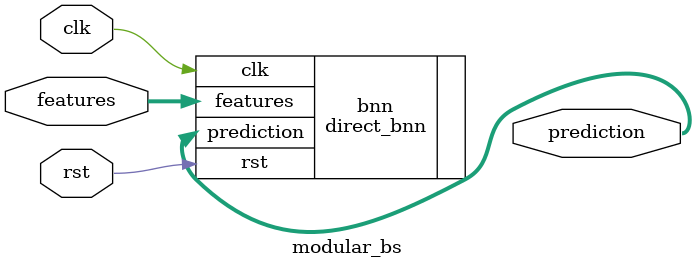
<source format=v>
`ifndef DUTNAME
`define DUTNAME modular_bs
parameter FEAT_CNT = 4;
parameter FEAT_BITS = 4;
parameter HIDDEN_CNT = 4;
parameter CLASS_CNT = 4;
`define WEIGHTS0 0
`define WEIGHTS1 0
`else
    `include `BSTRINGS
`endif
module `DUTNAME #(
`ifdef PARAMS
`include `PARAMS
`endif
  ) (
  input clk,
  input rst,
  input [FEAT_CNT*FEAT_BITS-1:0] features,
  output [$clog2(CLASS_CNT)-1:0] prediction
  );

  localparam Weights0 = `WEIGHTS0 ;
  localparam Weights1 = `WEIGHTS1 ;

  direct_bnn #(.FEAT_CNT(FEAT_CNT),.FEAT_BITS(FEAT_BITS),.HIDDEN_CNT(HIDDEN_CNT),.CLASS_CNT(CLASS_CNT),.Weights0(Weights0),.Weights1(Weights1)) bnn (
    .clk(clk),
    .rst(rst),
    .features(features),
    .prediction(prediction)
  );

endmodule

</source>
